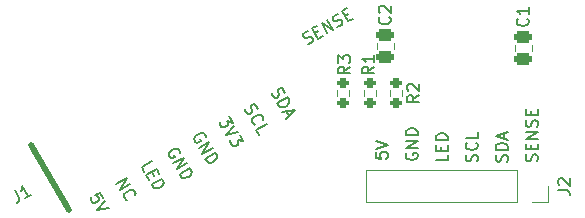
<source format=gto>
G04 #@! TF.GenerationSoftware,KiCad,Pcbnew,(6.0.2)*
G04 #@! TF.CreationDate,2022-06-23T15:06:55+02:00*
G04 #@! TF.ProjectId,cup_connect,6375705f-636f-46e6-9e65-63742e6b6963,rev?*
G04 #@! TF.SameCoordinates,Original*
G04 #@! TF.FileFunction,Legend,Top*
G04 #@! TF.FilePolarity,Positive*
%FSLAX46Y46*%
G04 Gerber Fmt 4.6, Leading zero omitted, Abs format (unit mm)*
G04 Created by KiCad (PCBNEW (6.0.2)) date 2022-06-23 15:06:55*
%MOMM*%
%LPD*%
G01*
G04 APERTURE LIST*
G04 Aperture macros list*
%AMRoundRect*
0 Rectangle with rounded corners*
0 $1 Rounding radius*
0 $2 $3 $4 $5 $6 $7 $8 $9 X,Y pos of 4 corners*
0 Add a 4 corners polygon primitive as box body*
4,1,4,$2,$3,$4,$5,$6,$7,$8,$9,$2,$3,0*
0 Add four circle primitives for the rounded corners*
1,1,$1+$1,$2,$3*
1,1,$1+$1,$4,$5*
1,1,$1+$1,$6,$7*
1,1,$1+$1,$8,$9*
0 Add four rect primitives between the rounded corners*
20,1,$1+$1,$2,$3,$4,$5,0*
20,1,$1+$1,$4,$5,$6,$7,0*
20,1,$1+$1,$6,$7,$8,$9,0*
20,1,$1+$1,$8,$9,$2,$3,0*%
%AMRotRect*
0 Rectangle, with rotation*
0 The origin of the aperture is its center*
0 $1 length*
0 $2 width*
0 $3 Rotation angle, in degrees counterclockwise*
0 Add horizontal line*
21,1,$1,$2,0,0,$3*%
G04 Aperture macros list end*
%ADD10C,0.200000*%
%ADD11C,0.150000*%
%ADD12C,0.120000*%
%ADD13C,0.520000*%
%ADD14RoundRect,0.200000X0.275000X-0.200000X0.275000X0.200000X-0.275000X0.200000X-0.275000X-0.200000X0*%
%ADD15R,1.700000X1.700000*%
%ADD16O,1.700000X1.700000*%
%ADD17RoundRect,0.250000X0.475000X-0.250000X0.475000X0.250000X-0.475000X0.250000X-0.475000X-0.250000X0*%
%ADD18RotRect,3.750000X1.700000X120.000000*%
G04 APERTURE END LIST*
D10*
X-817619Y-21470857D02*
X-817619Y-21947047D01*
X-1817619Y-21947047D01*
X-1341428Y-21137523D02*
X-1341428Y-20804190D01*
X-817619Y-20661333D02*
X-817619Y-21137523D01*
X-1817619Y-21137523D01*
X-1817619Y-20661333D01*
X-817619Y-20232761D02*
X-1817619Y-20232761D01*
X-1817619Y-19994666D01*
X-1770000Y-19851809D01*
X-1674761Y-19756571D01*
X-1579523Y-19708952D01*
X-1389047Y-19661333D01*
X-1246190Y-19661333D01*
X-1055714Y-19708952D01*
X-960476Y-19756571D01*
X-865238Y-19851809D01*
X-817619Y-19994666D01*
X-817619Y-20232761D01*
D11*
X-23442939Y-21315171D02*
X-23449319Y-21208882D01*
X-23520747Y-21085165D01*
X-23633415Y-20985256D01*
X-23763513Y-20950397D01*
X-23869801Y-20956776D01*
X-24058568Y-21010775D01*
X-24182286Y-21082204D01*
X-24323434Y-21218681D01*
X-24382103Y-21307539D01*
X-24416962Y-21437637D01*
X-24386773Y-21585165D01*
X-24339154Y-21667643D01*
X-24226486Y-21767552D01*
X-24161437Y-21784981D01*
X-23872762Y-21618315D01*
X-23968000Y-21453357D01*
X-24029630Y-22203754D02*
X-23163605Y-21703754D01*
X-23743916Y-22698626D01*
X-22877890Y-22198626D01*
X-23505821Y-23111019D02*
X-22639795Y-22611019D01*
X-22520747Y-22817215D01*
X-22490558Y-22964743D01*
X-22525418Y-23094840D01*
X-22584087Y-23183699D01*
X-22725235Y-23320176D01*
X-22848952Y-23391605D01*
X-23037719Y-23445604D01*
X-23144007Y-23451983D01*
X-23274105Y-23417124D01*
X-23386773Y-23317215D01*
X-23505821Y-23111019D01*
X-29973986Y-25088233D02*
X-30212081Y-24675840D01*
X-30648283Y-24872696D01*
X-30583235Y-24890125D01*
X-30494376Y-24948795D01*
X-30375329Y-25154991D01*
X-30368949Y-25261279D01*
X-30386379Y-25326328D01*
X-30445048Y-25415186D01*
X-30651244Y-25534234D01*
X-30757532Y-25540614D01*
X-30822581Y-25523184D01*
X-30911440Y-25464515D01*
X-31030487Y-25258318D01*
X-31036867Y-25152030D01*
X-31019437Y-25086981D01*
X-29807319Y-25376908D02*
X-30506678Y-26165583D01*
X-29473986Y-25954258D01*
D10*
X1674761Y-22018476D02*
X1722380Y-21875619D01*
X1722380Y-21637523D01*
X1674761Y-21542285D01*
X1627142Y-21494666D01*
X1531904Y-21447047D01*
X1436666Y-21447047D01*
X1341428Y-21494666D01*
X1293809Y-21542285D01*
X1246190Y-21637523D01*
X1198571Y-21828000D01*
X1150952Y-21923238D01*
X1103333Y-21970857D01*
X1008095Y-22018476D01*
X912857Y-22018476D01*
X817619Y-21970857D01*
X770000Y-21923238D01*
X722380Y-21828000D01*
X722380Y-21589904D01*
X770000Y-21447047D01*
X1627142Y-20447047D02*
X1674761Y-20494666D01*
X1722380Y-20637523D01*
X1722380Y-20732761D01*
X1674761Y-20875619D01*
X1579523Y-20970857D01*
X1484285Y-21018476D01*
X1293809Y-21066095D01*
X1150952Y-21066095D01*
X960476Y-21018476D01*
X865238Y-20970857D01*
X770000Y-20875619D01*
X722380Y-20732761D01*
X722380Y-20637523D01*
X770000Y-20494666D01*
X817619Y-20447047D01*
X1722380Y-19542285D02*
X1722380Y-20018476D01*
X722380Y-20018476D01*
D11*
X-12667427Y-12088372D02*
X-12519899Y-12058182D01*
X-12313703Y-11939135D01*
X-12255034Y-11850276D01*
X-12237604Y-11785228D01*
X-12243983Y-11678939D01*
X-12291603Y-11596461D01*
X-12380461Y-11537792D01*
X-12445510Y-11520362D01*
X-12551798Y-11526742D01*
X-12740565Y-11580741D01*
X-12846853Y-11587120D01*
X-12911902Y-11569691D01*
X-13000760Y-11511021D01*
X-13048379Y-11428543D01*
X-13054759Y-11322255D01*
X-13037329Y-11257206D01*
X-12978660Y-11168347D01*
X-12772463Y-11049300D01*
X-12624936Y-11019111D01*
X-12039496Y-11175979D02*
X-11750821Y-11009312D01*
X-11365199Y-11391516D02*
X-11777592Y-11629611D01*
X-12277592Y-10763586D01*
X-11865199Y-10525490D01*
X-10994045Y-11177230D02*
X-11494045Y-10311205D01*
X-10499173Y-10891516D01*
X-10999173Y-10025490D01*
X-10151829Y-10635991D02*
X-10004302Y-10605801D01*
X-9798105Y-10486754D01*
X-9739436Y-10397895D01*
X-9722006Y-10332847D01*
X-9728386Y-10226559D01*
X-9776005Y-10144080D01*
X-9864863Y-10085411D01*
X-9929912Y-10067981D01*
X-10036200Y-10074361D01*
X-10224967Y-10128360D01*
X-10331255Y-10134739D01*
X-10396304Y-10117310D01*
X-10485162Y-10058640D01*
X-10532781Y-9976162D01*
X-10539161Y-9869874D01*
X-10521731Y-9804825D01*
X-10463062Y-9715967D01*
X-10256866Y-9596919D01*
X-10109338Y-9566730D01*
X-9523899Y-9723598D02*
X-9235224Y-9556931D01*
X-8849601Y-9939135D02*
X-9261994Y-10177230D01*
X-9761994Y-9311205D01*
X-9349601Y-9073109D01*
X-21283939Y-19994371D02*
X-21290319Y-19888082D01*
X-21361747Y-19764365D01*
X-21474415Y-19664456D01*
X-21604513Y-19629597D01*
X-21710801Y-19635976D01*
X-21899568Y-19689975D01*
X-22023286Y-19761404D01*
X-22164434Y-19897881D01*
X-22223103Y-19986739D01*
X-22257962Y-20116837D01*
X-22227773Y-20264365D01*
X-22180154Y-20346843D01*
X-22067486Y-20446752D01*
X-22002437Y-20464181D01*
X-21713762Y-20297515D01*
X-21809000Y-20132557D01*
X-21870630Y-20882954D02*
X-21004605Y-20382954D01*
X-21584916Y-21377826D01*
X-20718890Y-20877826D01*
X-21346821Y-21790219D02*
X-20480795Y-21290219D01*
X-20361747Y-21496415D01*
X-20331558Y-21643943D01*
X-20366418Y-21774040D01*
X-20425087Y-21862899D01*
X-20566235Y-21999376D01*
X-20689952Y-22070805D01*
X-20878719Y-22124804D01*
X-20985007Y-22131183D01*
X-21115105Y-22096324D01*
X-21227773Y-21996415D01*
X-21346821Y-21790219D01*
D10*
X6754761Y-22002476D02*
X6802380Y-21859619D01*
X6802380Y-21621523D01*
X6754761Y-21526285D01*
X6707142Y-21478666D01*
X6611904Y-21431047D01*
X6516666Y-21431047D01*
X6421428Y-21478666D01*
X6373809Y-21526285D01*
X6326190Y-21621523D01*
X6278571Y-21812000D01*
X6230952Y-21907238D01*
X6183333Y-21954857D01*
X6088095Y-22002476D01*
X5992857Y-22002476D01*
X5897619Y-21954857D01*
X5850000Y-21907238D01*
X5802380Y-21812000D01*
X5802380Y-21573904D01*
X5850000Y-21431047D01*
X6278571Y-21002476D02*
X6278571Y-20669142D01*
X6802380Y-20526285D02*
X6802380Y-21002476D01*
X5802380Y-21002476D01*
X5802380Y-20526285D01*
X6802380Y-20097714D02*
X5802380Y-20097714D01*
X6802380Y-19526285D01*
X5802380Y-19526285D01*
X6754761Y-19097714D02*
X6802380Y-18954857D01*
X6802380Y-18716761D01*
X6754761Y-18621523D01*
X6707142Y-18573904D01*
X6611904Y-18526285D01*
X6516666Y-18526285D01*
X6421428Y-18573904D01*
X6373809Y-18621523D01*
X6326190Y-18716761D01*
X6278571Y-18907238D01*
X6230952Y-19002476D01*
X6183333Y-19050095D01*
X6088095Y-19097714D01*
X5992857Y-19097714D01*
X5897619Y-19050095D01*
X5850000Y-19002476D01*
X5802380Y-18907238D01*
X5802380Y-18669142D01*
X5850000Y-18526285D01*
X6278571Y-18097714D02*
X6278571Y-17764380D01*
X6802380Y-17621523D02*
X6802380Y-18097714D01*
X5802380Y-18097714D01*
X5802380Y-17621523D01*
D11*
X-19321795Y-18211968D02*
X-19012271Y-18748079D01*
X-19508852Y-18649880D01*
X-19437424Y-18773598D01*
X-19431044Y-18879886D01*
X-19448474Y-18944935D01*
X-19507143Y-19033793D01*
X-19713339Y-19152841D01*
X-19819628Y-19159221D01*
X-19884676Y-19141791D01*
X-19973535Y-19083122D01*
X-20116392Y-18835686D01*
X-20122772Y-18729398D01*
X-20105342Y-18664349D01*
X-18869414Y-18995515D02*
X-19568773Y-19784190D01*
X-18536081Y-19572865D01*
X-18417033Y-19779062D02*
X-18107509Y-20315173D01*
X-18604091Y-20216974D01*
X-18532662Y-20340692D01*
X-18526282Y-20446980D01*
X-18543712Y-20512029D01*
X-18602381Y-20600887D01*
X-18808578Y-20719935D01*
X-18914866Y-20726314D01*
X-18979915Y-20708884D01*
X-19068773Y-20650215D01*
X-19211630Y-20402780D01*
X-19218010Y-20296491D01*
X-19200580Y-20231443D01*
X-15689676Y-16219578D02*
X-15659487Y-16367106D01*
X-15540440Y-16573302D01*
X-15451581Y-16631971D01*
X-15386532Y-16649401D01*
X-15280244Y-16643021D01*
X-15197766Y-16595402D01*
X-15139097Y-16506544D01*
X-15121667Y-16441495D01*
X-15128047Y-16335207D01*
X-15182045Y-16146440D01*
X-15188425Y-16040152D01*
X-15170995Y-15975103D01*
X-15112326Y-15886245D01*
X-15029848Y-15838626D01*
X-14923559Y-15832246D01*
X-14858511Y-15849676D01*
X-14769652Y-15908345D01*
X-14650605Y-16114541D01*
X-14620415Y-16262069D01*
X-15230916Y-17109413D02*
X-14364890Y-16609413D01*
X-14245843Y-16815610D01*
X-14215653Y-16963137D01*
X-14250513Y-17093235D01*
X-14309182Y-17182093D01*
X-14450330Y-17318570D01*
X-14574048Y-17389999D01*
X-14762814Y-17443998D01*
X-14869103Y-17450378D01*
X-14999200Y-17415518D01*
X-15111868Y-17315610D01*
X-15230916Y-17109413D01*
X-14507289Y-17791342D02*
X-14269194Y-18203735D01*
X-14802344Y-17851721D02*
X-13769652Y-17640396D01*
X-14469011Y-18429071D01*
D10*
X-6897619Y-21272476D02*
X-6897619Y-21748666D01*
X-6421428Y-21796285D01*
X-6469047Y-21748666D01*
X-6516666Y-21653428D01*
X-6516666Y-21415333D01*
X-6469047Y-21320095D01*
X-6421428Y-21272476D01*
X-6326190Y-21224857D01*
X-6088095Y-21224857D01*
X-5992857Y-21272476D01*
X-5945238Y-21320095D01*
X-5897619Y-21415333D01*
X-5897619Y-21653428D01*
X-5945238Y-21748666D01*
X-5992857Y-21796285D01*
X-6897619Y-20939142D02*
X-5897619Y-20605809D01*
X-6897619Y-20272476D01*
D11*
X-26494201Y-22910459D02*
X-26732297Y-22498066D01*
X-25866271Y-21998066D01*
X-25873902Y-22937230D02*
X-25707236Y-23225905D01*
X-26089440Y-23611528D02*
X-26327535Y-23199134D01*
X-25461509Y-22699134D01*
X-25223414Y-23111528D01*
X-25875154Y-23982681D02*
X-25009128Y-23482681D01*
X-24890081Y-23688878D01*
X-24859892Y-23836405D01*
X-24894751Y-23966503D01*
X-24953420Y-24055361D01*
X-25094568Y-24191839D01*
X-25218286Y-24263267D01*
X-25407053Y-24317266D01*
X-25513341Y-24323646D01*
X-25643438Y-24288786D01*
X-25756106Y-24188878D01*
X-25875154Y-23982681D01*
X-17963772Y-17586398D02*
X-17933582Y-17733925D01*
X-17814535Y-17940122D01*
X-17725676Y-17998791D01*
X-17660628Y-18016221D01*
X-17554339Y-18009841D01*
X-17471861Y-17962222D01*
X-17413192Y-17873364D01*
X-17395762Y-17808315D01*
X-17402142Y-17702027D01*
X-17456141Y-17513260D01*
X-17462520Y-17406972D01*
X-17445091Y-17341923D01*
X-17386421Y-17253064D01*
X-17303943Y-17205445D01*
X-17197655Y-17199066D01*
X-17132606Y-17216495D01*
X-17043747Y-17275165D01*
X-16924700Y-17481361D01*
X-16894511Y-17628889D01*
X-17136818Y-18923485D02*
X-17201867Y-18906056D01*
X-17314535Y-18806147D01*
X-17362154Y-18723669D01*
X-17392343Y-18576141D01*
X-17357484Y-18446043D01*
X-17298814Y-18357185D01*
X-17157667Y-18220708D01*
X-17033949Y-18149279D01*
X-16845182Y-18095280D01*
X-16738894Y-18088901D01*
X-16608796Y-18123760D01*
X-16496128Y-18223669D01*
X-16448509Y-18306147D01*
X-16418320Y-18453675D01*
X-16435750Y-18518723D01*
X-16766916Y-19754651D02*
X-17005011Y-19342258D01*
X-16138986Y-18842258D01*
D10*
X-4310000Y-21335904D02*
X-4357619Y-21431142D01*
X-4357619Y-21574000D01*
X-4310000Y-21716857D01*
X-4214761Y-21812095D01*
X-4119523Y-21859714D01*
X-3929047Y-21907333D01*
X-3786190Y-21907333D01*
X-3595714Y-21859714D01*
X-3500476Y-21812095D01*
X-3405238Y-21716857D01*
X-3357619Y-21574000D01*
X-3357619Y-21478761D01*
X-3405238Y-21335904D01*
X-3452857Y-21288285D01*
X-3786190Y-21288285D01*
X-3786190Y-21478761D01*
X-3357619Y-20859714D02*
X-4357619Y-20859714D01*
X-3357619Y-20288285D01*
X-4357619Y-20288285D01*
X-3357619Y-19812095D02*
X-4357619Y-19812095D01*
X-4357619Y-19574000D01*
X-4310000Y-19431142D01*
X-4214761Y-19335904D01*
X-4119523Y-19288285D01*
X-3929047Y-19240666D01*
X-3786190Y-19240666D01*
X-3595714Y-19288285D01*
X-3500476Y-19335904D01*
X-3405238Y-19431142D01*
X-3357619Y-19574000D01*
X-3357619Y-19812095D01*
D11*
X-28851630Y-23929741D02*
X-27985605Y-23429741D01*
X-28565916Y-24424613D01*
X-27699890Y-23924613D01*
X-27959628Y-25284259D02*
X-28024676Y-25266829D01*
X-28137344Y-25166921D01*
X-28184963Y-25084442D01*
X-28215153Y-24936915D01*
X-28180293Y-24806817D01*
X-28121624Y-24717959D01*
X-27980476Y-24581481D01*
X-27856758Y-24510053D01*
X-27667992Y-24456054D01*
X-27561704Y-24449674D01*
X-27431606Y-24484534D01*
X-27318938Y-24584442D01*
X-27271319Y-24666921D01*
X-27241130Y-24814448D01*
X-27258559Y-24879497D01*
D10*
X4214761Y-22042285D02*
X4262380Y-21899428D01*
X4262380Y-21661333D01*
X4214761Y-21566095D01*
X4167142Y-21518476D01*
X4071904Y-21470857D01*
X3976666Y-21470857D01*
X3881428Y-21518476D01*
X3833809Y-21566095D01*
X3786190Y-21661333D01*
X3738571Y-21851809D01*
X3690952Y-21947047D01*
X3643333Y-21994666D01*
X3548095Y-22042285D01*
X3452857Y-22042285D01*
X3357619Y-21994666D01*
X3310000Y-21947047D01*
X3262380Y-21851809D01*
X3262380Y-21613714D01*
X3310000Y-21470857D01*
X4262380Y-21042285D02*
X3262380Y-21042285D01*
X3262380Y-20804190D01*
X3310000Y-20661333D01*
X3405238Y-20566095D01*
X3500476Y-20518476D01*
X3690952Y-20470857D01*
X3833809Y-20470857D01*
X4024285Y-20518476D01*
X4119523Y-20566095D01*
X4214761Y-20661333D01*
X4262380Y-20804190D01*
X4262380Y-21042285D01*
X3976666Y-20089904D02*
X3976666Y-19613714D01*
X4262380Y-20185142D02*
X3262380Y-19851809D01*
X4262380Y-19518476D01*
D11*
X-3230619Y-16422666D02*
X-3706809Y-16756000D01*
X-3230619Y-16994095D02*
X-4230619Y-16994095D01*
X-4230619Y-16613142D01*
X-4183000Y-16517904D01*
X-4135380Y-16470285D01*
X-4040142Y-16422666D01*
X-3897285Y-16422666D01*
X-3802047Y-16470285D01*
X-3754428Y-16517904D01*
X-3706809Y-16613142D01*
X-3706809Y-16994095D01*
X-4135380Y-16041714D02*
X-4183000Y-15994095D01*
X-4230619Y-15898857D01*
X-4230619Y-15660761D01*
X-4183000Y-15565523D01*
X-4135380Y-15517904D01*
X-4040142Y-15470285D01*
X-3944904Y-15470285D01*
X-3802047Y-15517904D01*
X-3230619Y-16089333D01*
X-3230619Y-15470285D01*
X8547380Y-24463333D02*
X9261666Y-24463333D01*
X9404523Y-24510952D01*
X9499761Y-24606190D01*
X9547380Y-24749047D01*
X9547380Y-24844285D01*
X8642619Y-24034761D02*
X8595000Y-23987142D01*
X8547380Y-23891904D01*
X8547380Y-23653809D01*
X8595000Y-23558571D01*
X8642619Y-23510952D01*
X8737857Y-23463333D01*
X8833095Y-23463333D01*
X8975952Y-23510952D01*
X9547380Y-24082380D01*
X9547380Y-23463333D01*
X5945142Y-9945666D02*
X5992761Y-9993285D01*
X6040380Y-10136142D01*
X6040380Y-10231380D01*
X5992761Y-10374238D01*
X5897523Y-10469476D01*
X5802285Y-10517095D01*
X5611809Y-10564714D01*
X5468952Y-10564714D01*
X5278476Y-10517095D01*
X5183238Y-10469476D01*
X5088000Y-10374238D01*
X5040380Y-10231380D01*
X5040380Y-10136142D01*
X5088000Y-9993285D01*
X5135619Y-9945666D01*
X6040380Y-8993285D02*
X6040380Y-9564714D01*
X6040380Y-9279000D02*
X5040380Y-9279000D01*
X5183238Y-9374238D01*
X5278476Y-9469476D01*
X5326095Y-9564714D01*
X-9072619Y-14009666D02*
X-9548809Y-14343000D01*
X-9072619Y-14581095D02*
X-10072619Y-14581095D01*
X-10072619Y-14200142D01*
X-10025000Y-14104904D01*
X-9977380Y-14057285D01*
X-9882142Y-14009666D01*
X-9739285Y-14009666D01*
X-9644047Y-14057285D01*
X-9596428Y-14104904D01*
X-9548809Y-14200142D01*
X-9548809Y-14581095D01*
X-10072619Y-13676333D02*
X-10072619Y-13057285D01*
X-9691666Y-13390619D01*
X-9691666Y-13247761D01*
X-9644047Y-13152523D01*
X-9596428Y-13104904D01*
X-9501190Y-13057285D01*
X-9263095Y-13057285D01*
X-9167857Y-13104904D01*
X-9120238Y-13152523D01*
X-9072619Y-13247761D01*
X-9072619Y-13533476D01*
X-9120238Y-13628714D01*
X-9167857Y-13676333D01*
X-7040619Y-14009666D02*
X-7516809Y-14343000D01*
X-7040619Y-14581095D02*
X-8040619Y-14581095D01*
X-8040619Y-14200142D01*
X-7993000Y-14104904D01*
X-7945380Y-14057285D01*
X-7850142Y-14009666D01*
X-7707285Y-14009666D01*
X-7612047Y-14057285D01*
X-7564428Y-14104904D01*
X-7516809Y-14200142D01*
X-7516809Y-14581095D01*
X-7040619Y-13057285D02*
X-7040619Y-13628714D01*
X-7040619Y-13343000D02*
X-8040619Y-13343000D01*
X-7897761Y-13438238D01*
X-7802523Y-13533476D01*
X-7754904Y-13628714D01*
X-5738857Y-9818666D02*
X-5691238Y-9866285D01*
X-5643619Y-10009142D01*
X-5643619Y-10104380D01*
X-5691238Y-10247238D01*
X-5786476Y-10342476D01*
X-5881714Y-10390095D01*
X-6072190Y-10437714D01*
X-6215047Y-10437714D01*
X-6405523Y-10390095D01*
X-6500761Y-10342476D01*
X-6596000Y-10247238D01*
X-6643619Y-10104380D01*
X-6643619Y-10009142D01*
X-6596000Y-9866285D01*
X-6548380Y-9818666D01*
X-6548380Y-9437714D02*
X-6596000Y-9390095D01*
X-6643619Y-9294857D01*
X-6643619Y-9056761D01*
X-6596000Y-8961523D01*
X-6548380Y-8913904D01*
X-6453142Y-8866285D01*
X-6357904Y-8866285D01*
X-6215047Y-8913904D01*
X-5643619Y-9485333D01*
X-5643619Y-8866285D01*
X-37460515Y-24471150D02*
X-37103372Y-25089740D01*
X-37073183Y-25237267D01*
X-37108043Y-25367365D01*
X-37207951Y-25480033D01*
X-37290430Y-25527652D01*
X-36094490Y-24837176D02*
X-36589361Y-25122890D01*
X-36341926Y-24980033D02*
X-36841926Y-24114007D01*
X-36852976Y-24285344D01*
X-36887835Y-24415442D01*
X-36946504Y-24504300D01*
D12*
X-5729500Y-16493258D02*
X-5729500Y-16018742D01*
X-4684500Y-16493258D02*
X-4684500Y-16018742D01*
X7655000Y-25460000D02*
X6325000Y-25460000D01*
X7655000Y-24130000D02*
X7655000Y-25460000D01*
X5055000Y-22800000D02*
X-7705000Y-22800000D01*
X5055000Y-22800000D02*
X5055000Y-25460000D01*
X5055000Y-25460000D02*
X-7705000Y-25460000D01*
X-7705000Y-22800000D02*
X-7705000Y-25460000D01*
X6323000Y-12707252D02*
X6323000Y-12184748D01*
X4853000Y-12707252D02*
X4853000Y-12184748D01*
X-9129500Y-16493258D02*
X-9129500Y-16018742D01*
X-10174500Y-16493258D02*
X-10174500Y-16018742D01*
X-7888500Y-16493258D02*
X-7888500Y-16018742D01*
X-6843500Y-16493258D02*
X-6843500Y-16018742D01*
X-6831000Y-12519252D02*
X-6831000Y-11996748D01*
X-5361000Y-12519252D02*
X-5361000Y-11996748D01*
D13*
X-32895856Y-26122707D02*
X-36070856Y-20623445D01*
%LPC*%
D14*
X-5207000Y-17081000D03*
X-5207000Y-15431000D03*
D15*
X6325000Y-24130000D03*
D16*
X3785000Y-24130000D03*
X1245000Y-24130000D03*
X-1295000Y-24130000D03*
X-3835000Y-24130000D03*
X-6375000Y-24130000D03*
D17*
X5588000Y-13396000D03*
X5588000Y-11496000D03*
D14*
X-9652000Y-17081000D03*
X-9652000Y-15431000D03*
X-7366000Y-17081000D03*
X-7366000Y-15431000D03*
D17*
X-6096000Y-13208000D03*
X-6096000Y-11308000D03*
D18*
X-32029651Y-22543017D03*
X-29805947Y-21314586D03*
X-27606242Y-20044586D03*
X-25406538Y-18774586D03*
X-23206833Y-17504586D03*
X-21007128Y-16234586D03*
X-18807424Y-14964586D03*
X-16607719Y-13694586D03*
X-14432015Y-12383017D03*
M02*

</source>
